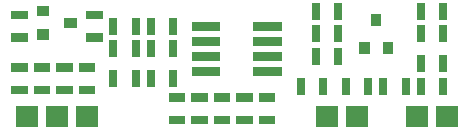
<source format=gbr>
G04 start of page 6 for group -4063 idx -4063 *
G04 Title: (unknown), componentmask *
G04 Creator: pcb 20140316 *
G04 CreationDate: Mon 31 Jul 2017 07:56:20 GMT UTC *
G04 For: harold *
G04 Format: Gerber/RS-274X *
G04 PCB-Dimensions (mil): 6000.00 5000.00 *
G04 PCB-Coordinate-Origin: lower left *
%MOIN*%
%FSLAX25Y25*%
%LNTOPMASK*%
%ADD31R,0.0300X0.0300*%
%ADD30R,0.0350X0.0350*%
%ADD29R,0.0276X0.0276*%
%ADD28C,0.0001*%
G54D28*G36*
X241450Y273550D02*Y266450D01*
X248550D01*
Y273550D01*
X241450D01*
G37*
G36*
X231450D02*Y266450D01*
X238550D01*
Y273550D01*
X231450D01*
G37*
G36*
X201450D02*Y266450D01*
X208550D01*
Y273550D01*
X201450D01*
G37*
G36*
X211450D02*Y266450D01*
X218550D01*
Y273550D01*
X211450D01*
G37*
G36*
X121450D02*Y266450D01*
X128550D01*
Y273550D01*
X121450D01*
G37*
G36*
X111450D02*Y266450D01*
X118550D01*
Y273550D01*
X111450D01*
G37*
G36*
X101450D02*Y266450D01*
X108550D01*
Y273550D01*
X101450D01*
G37*
G54D29*X218743Y281377D02*Y278623D01*
X211257Y281377D02*Y278623D01*
X223757Y281377D02*Y278623D01*
X196257Y281377D02*Y278623D01*
X203743Y281377D02*Y278623D01*
X208743Y291377D02*Y288623D01*
Y298877D02*Y296123D01*
X201257Y291377D02*Y288623D01*
Y298877D02*Y296123D01*
Y306377D02*Y303623D01*
G54D30*X221400Y302300D02*Y301700D01*
X217500Y293100D02*Y292500D01*
G54D29*X101123Y286243D02*X103877D01*
X101123Y278757D02*X103877D01*
X108623D02*X111377D01*
X108623Y286243D02*X111377D01*
X101123Y296257D02*X103877D01*
G54D30*X110000Y297200D02*X110600D01*
G54D29*X101123Y303743D02*X103877D01*
G54D30*X110000Y305000D02*X110600D01*
G54D29*X116123Y278757D02*X118877D01*
X116123Y286243D02*X118877D01*
X231243Y281377D02*Y278623D01*
X243743Y281377D02*Y278623D01*
X236257Y281377D02*Y278623D01*
X208743Y306377D02*Y303623D01*
X236257Y306377D02*Y303623D01*
X243743Y306377D02*Y303623D01*
Y288877D02*Y286123D01*
X236257Y288877D02*Y286123D01*
X243743Y298877D02*Y296123D01*
X236257Y298877D02*Y296123D01*
G54D30*X225300Y293100D02*Y292500D01*
G54D29*X123623Y286243D02*X126377D01*
X123623Y278757D02*X126377D01*
X133757Y283877D02*Y281123D01*
G54D30*X119200Y301100D02*X119800D01*
G54D29*X126123Y296257D02*X128877D01*
X126123Y303743D02*X128877D01*
X133757Y301377D02*Y298623D01*
X141243Y301377D02*Y298623D01*
X133757Y293877D02*Y291123D01*
X141243Y283877D02*Y281123D01*
X153743Y283877D02*Y281123D01*
X146257Y283877D02*Y281123D01*
X153743Y293877D02*Y291123D01*
X146257Y293877D02*Y291123D01*
X141243Y293877D02*Y291123D01*
X146257Y301377D02*Y298623D01*
X153743Y301377D02*Y298623D01*
G54D31*X161500Y300000D02*X168000D01*
X161500Y295000D02*X168000D01*
X161500Y290000D02*X168000D01*
X161500Y285000D02*X168000D01*
G54D29*X153623Y268757D02*X156377D01*
X153623Y276243D02*X156377D01*
X161123D02*X163877D01*
X161123Y268757D02*X163877D01*
X168623D02*X171377D01*
X168623Y276243D02*X171377D01*
X176123Y268757D02*X178877D01*
X183623D02*X186377D01*
X176123Y276243D02*X178877D01*
X183623D02*X186377D01*
G54D31*X182000Y285000D02*X188500D01*
X182000Y290000D02*X188500D01*
X182000Y295000D02*X188500D01*
X182000Y300000D02*X188500D01*
M02*

</source>
